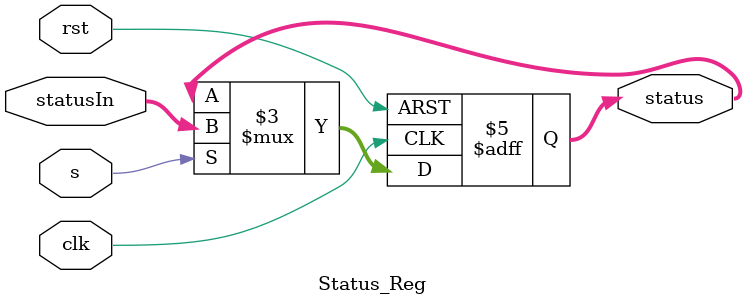
<source format=v>
module Status_Reg(
    input clk, rst,
    input s,
    input [3:0] statusIn,

    output reg[3:0] status
);

    always @(negedge clk or posedge rst) begin
        if(rst) begin
            status = 4'b0;
        end 
        else if(s) begin
            status = statusIn;
        end
    end
endmodule
</source>
